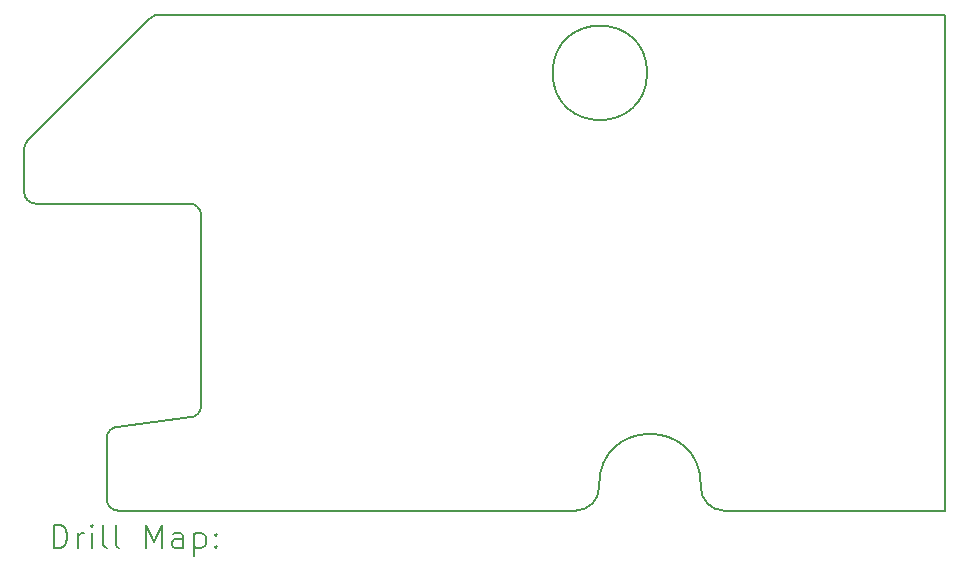
<source format=gbr>
%TF.GenerationSoftware,KiCad,Pcbnew,9.0.1*%
%TF.CreationDate,2025-07-07T12:26:20-04:00*%
%TF.ProjectId,cablight-project,6361626c-6967-4687-942d-70726f6a6563,rev?*%
%TF.SameCoordinates,Original*%
%TF.FileFunction,Drillmap*%
%TF.FilePolarity,Positive*%
%FSLAX45Y45*%
G04 Gerber Fmt 4.5, Leading zero omitted, Abs format (unit mm)*
G04 Created by KiCad (PCBNEW 9.0.1) date 2025-07-07 12:26:20*
%MOMM*%
%LPD*%
G01*
G04 APERTURE LIST*
%ADD10C,0.150000*%
%ADD11C,0.200000*%
G04 APERTURE END LIST*
D10*
X-6300000Y-1700000D02*
X-6300000Y-3311722D01*
X-7100000Y-3588278D02*
G75*
G02*
X-7012403Y-3489052I100000J-2D01*
G01*
X-6300000Y-3311722D02*
G75*
G02*
X-6387597Y-3410948I-100000J2D01*
G01*
X-1870000Y-4200000D02*
X0Y-4200000D01*
X-7800000Y-1141421D02*
G75*
G02*
X-7770711Y-1070710I100000J1D01*
G01*
X-2930000Y-3980000D02*
X-2930000Y-4000000D01*
X0Y0D02*
X0Y-4200000D01*
X-2930000Y-3980000D02*
G75*
G02*
X-2070000Y-3980000I430000J0D01*
G01*
X-7700000Y-1600000D02*
X-6400000Y-1600000D01*
X-1870000Y-4200000D02*
G75*
G02*
X-2070000Y-4000000I0J200000D01*
G01*
X-6729289Y-29289D02*
X-7770711Y-1070711D01*
X-2523800Y-493000D02*
G75*
G02*
X-3323800Y-493000I-400000J0D01*
G01*
X-3323800Y-493000D02*
G75*
G02*
X-2523800Y-493000I400000J0D01*
G01*
X-7800000Y-1141421D02*
X-7800000Y-1500000D01*
X0Y0D02*
X-6658579Y0D01*
X-6400000Y-1600000D02*
G75*
G02*
X-6300000Y-1700000I0J-100000D01*
G01*
X-7700000Y-1600000D02*
G75*
G02*
X-7800000Y-1500000I0J100000D01*
G01*
X-7100000Y-3588278D02*
X-7100000Y-4100000D01*
X-2930000Y-4000000D02*
G75*
G02*
X-3130000Y-4200000I-200000J0D01*
G01*
X-6729289Y-29289D02*
G75*
G02*
X-6658579Y-4I70709J-70721D01*
G01*
X-7000000Y-4200000D02*
G75*
G02*
X-7100000Y-4100000I0J100000D01*
G01*
X-3130000Y-4200000D02*
X-7000000Y-4200000D01*
X-6387596Y-3410950D02*
X-7012403Y-3489050D01*
X-2070000Y-4000000D02*
X-2070000Y-3980000D01*
D11*
X-7546723Y-4518984D02*
X-7546723Y-4318984D01*
X-7546723Y-4318984D02*
X-7499104Y-4318984D01*
X-7499104Y-4318984D02*
X-7470533Y-4328508D01*
X-7470533Y-4328508D02*
X-7451485Y-4347555D01*
X-7451485Y-4347555D02*
X-7441961Y-4366603D01*
X-7441961Y-4366603D02*
X-7432437Y-4404698D01*
X-7432437Y-4404698D02*
X-7432437Y-4433270D01*
X-7432437Y-4433270D02*
X-7441961Y-4471365D01*
X-7441961Y-4471365D02*
X-7451485Y-4490412D01*
X-7451485Y-4490412D02*
X-7470533Y-4509460D01*
X-7470533Y-4509460D02*
X-7499104Y-4518984D01*
X-7499104Y-4518984D02*
X-7546723Y-4518984D01*
X-7346723Y-4518984D02*
X-7346723Y-4385650D01*
X-7346723Y-4423746D02*
X-7337199Y-4404698D01*
X-7337199Y-4404698D02*
X-7327675Y-4395174D01*
X-7327675Y-4395174D02*
X-7308628Y-4385650D01*
X-7308628Y-4385650D02*
X-7289580Y-4385650D01*
X-7222914Y-4518984D02*
X-7222914Y-4385650D01*
X-7222914Y-4318984D02*
X-7232437Y-4328508D01*
X-7232437Y-4328508D02*
X-7222914Y-4338031D01*
X-7222914Y-4338031D02*
X-7213390Y-4328508D01*
X-7213390Y-4328508D02*
X-7222914Y-4318984D01*
X-7222914Y-4318984D02*
X-7222914Y-4338031D01*
X-7099104Y-4518984D02*
X-7118152Y-4509460D01*
X-7118152Y-4509460D02*
X-7127675Y-4490412D01*
X-7127675Y-4490412D02*
X-7127675Y-4318984D01*
X-6994342Y-4518984D02*
X-7013390Y-4509460D01*
X-7013390Y-4509460D02*
X-7022914Y-4490412D01*
X-7022914Y-4490412D02*
X-7022914Y-4318984D01*
X-6765771Y-4518984D02*
X-6765771Y-4318984D01*
X-6765771Y-4318984D02*
X-6699104Y-4461841D01*
X-6699104Y-4461841D02*
X-6632437Y-4318984D01*
X-6632437Y-4318984D02*
X-6632437Y-4518984D01*
X-6451485Y-4518984D02*
X-6451485Y-4414222D01*
X-6451485Y-4414222D02*
X-6461009Y-4395174D01*
X-6461009Y-4395174D02*
X-6480056Y-4385650D01*
X-6480056Y-4385650D02*
X-6518152Y-4385650D01*
X-6518152Y-4385650D02*
X-6537199Y-4395174D01*
X-6451485Y-4509460D02*
X-6470533Y-4518984D01*
X-6470533Y-4518984D02*
X-6518152Y-4518984D01*
X-6518152Y-4518984D02*
X-6537199Y-4509460D01*
X-6537199Y-4509460D02*
X-6546723Y-4490412D01*
X-6546723Y-4490412D02*
X-6546723Y-4471365D01*
X-6546723Y-4471365D02*
X-6537199Y-4452317D01*
X-6537199Y-4452317D02*
X-6518152Y-4442793D01*
X-6518152Y-4442793D02*
X-6470533Y-4442793D01*
X-6470533Y-4442793D02*
X-6451485Y-4433270D01*
X-6356247Y-4385650D02*
X-6356247Y-4585650D01*
X-6356247Y-4395174D02*
X-6337199Y-4385650D01*
X-6337199Y-4385650D02*
X-6299104Y-4385650D01*
X-6299104Y-4385650D02*
X-6280056Y-4395174D01*
X-6280056Y-4395174D02*
X-6270533Y-4404698D01*
X-6270533Y-4404698D02*
X-6261009Y-4423746D01*
X-6261009Y-4423746D02*
X-6261009Y-4480889D01*
X-6261009Y-4480889D02*
X-6270533Y-4499936D01*
X-6270533Y-4499936D02*
X-6280056Y-4509460D01*
X-6280056Y-4509460D02*
X-6299104Y-4518984D01*
X-6299104Y-4518984D02*
X-6337199Y-4518984D01*
X-6337199Y-4518984D02*
X-6356247Y-4509460D01*
X-6175294Y-4499936D02*
X-6165771Y-4509460D01*
X-6165771Y-4509460D02*
X-6175294Y-4518984D01*
X-6175294Y-4518984D02*
X-6184818Y-4509460D01*
X-6184818Y-4509460D02*
X-6175294Y-4499936D01*
X-6175294Y-4499936D02*
X-6175294Y-4518984D01*
X-6175294Y-4395174D02*
X-6165771Y-4404698D01*
X-6165771Y-4404698D02*
X-6175294Y-4414222D01*
X-6175294Y-4414222D02*
X-6184818Y-4404698D01*
X-6184818Y-4404698D02*
X-6175294Y-4395174D01*
X-6175294Y-4395174D02*
X-6175294Y-4414222D01*
M02*

</source>
